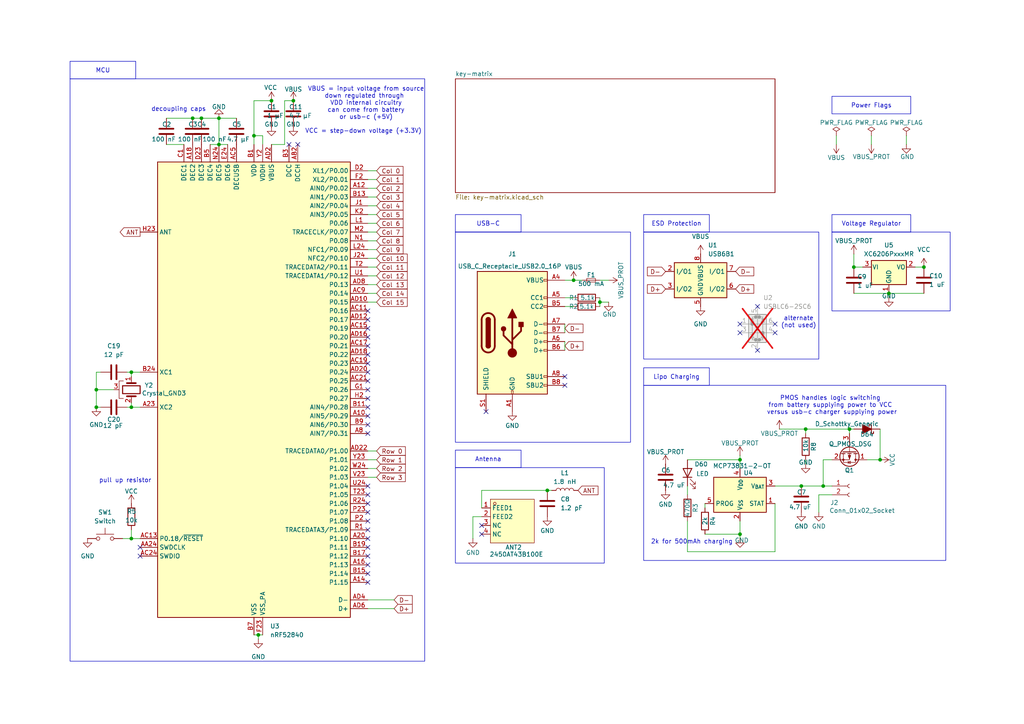
<source format=kicad_sch>
(kicad_sch (version 20250114) (generator "eeschema") (generator_version "9.0")
  (paper "A4")
  (title_block (title "40% Keyboard with left side 2 column function cluster") (date "2025-11-10") (rev "2"))
  (lib_symbols
    (symbol "Battery_Management:MCP73831-2-OT"
      (property "Reference" "U" (at -7.62 6.35 0))
      (property "Value" "MCP73831-2-OT" (at 1.27 6.35 0))
      (symbol "MCP73831-2-OT_1_1"
        (pin input line (at -10.16 -2.54 0) (length 2.54) (name "PROG") (number "5"))
        (pin power_in line (at 0 7.62 270) (length 2.54) (name "V_{DD}") (number "4"))
        (pin power_in line (at 0 -7.62 90) (length 2.54) (name "V_{SS}") (number "2"))
        (pin power_out line (at 10.16 2.54 180) (length 2.54) (name "V_{BAT}") (number "3"))
        (pin tri_state line (at 10.16 -2.54 180) (length 2.54) (name "STAT") (number "1"))
      )
    )
    (symbol "Connector:Conn_01x02_Socket" (pin_names (offset 1.016) (hide yes))
      (property "Reference" "J" (at 0 2.54 0))
      (property "Value" "Conn_01x02_Socket" (at 0 -5.08 0))
      (symbol "Conn_01x02_Socket_1_1"
        (pin passive line (at -5.08 0 0) (length 3.81) (name "Pin_1") (number "1"))
        (pin passive line (at -5.08 -2.54 0) (length 3.81) (name "Pin_2") (number "2"))
      )
    )
    (symbol "Connector:USB_C_Receptacle_USB2.0_16P" (pin_names (offset 1.016))
      (property "Reference" "J" (at 0 22.225 0))
      (property "Value" "USB_C_Receptacle_USB2.0_16P" (at 0 19.685 0))
      (symbol "USB_C_Receptacle_USB2.0_16P_1_1"
        (pin passive line (at -7.62 -22.86 90) (length 5.08) (name "SHIELD") (number "S1"))
        (pin passive line (at 0 -22.86 90) (length 5.08) (name "GND") (number "A1"))
        (pin passive line (at 0 -22.86 90) (length 5.08) (hide yes) (name "GND") (number "A12"))
        (pin passive line (at 0 -22.86 90) (length 5.08) (hide yes) (name "GND") (number "B1"))
        (pin passive line (at 0 -22.86 90) (length 5.08) (hide yes) (name "GND") (number "B12"))
        (pin passive line (at 15.24 15.24 180) (length 5.08) (name "VBUS") (number "A4"))
        (pin passive line (at 15.24 15.24 180) (length 5.08) (hide yes) (name "VBUS") (number "A9"))
        (pin passive line (at 15.24 15.24 180) (length 5.08) (hide yes) (name "VBUS") (number "B4"))
        (pin passive line (at 15.24 15.24 180) (length 5.08) (hide yes) (name "VBUS") (number "B9"))
        (pin bidirectional line (at 15.24 10.16 180) (length 5.08) (name "CC1") (number "A5"))
        (pin bidirectional line (at 15.24 7.62 180) (length 5.08) (name "CC2") (number "B5"))
        (pin bidirectional line (at 15.24 2.54 180) (length 5.08) (name "D-") (number "A7"))
        (pin bidirectional line (at 15.24 0 180) (length 5.08) (name "D-") (number "B7"))
        (pin bidirectional line (at 15.24 -2.54 180) (length 5.08) (name "D+") (number "A6"))
        (pin bidirectional line (at 15.24 -5.08 180) (length 5.08) (name "D+") (number "B6"))
        (pin bidirectional line (at 15.24 -12.7 180) (length 5.08) (name "SBU1") (number "A8"))
        (pin bidirectional line (at 15.24 -15.24 180) (length 5.08) (name "SBU2") (number "B8"))
      )
    )
    (symbol "Device:C" (pin_numbers (hide yes)) (pin_names (offset 0.254))
      (property "Reference" "C" (at 0.635 2.54 0))
      (property "Value" "C" (at 0.635 -2.54 0))
      (symbol "C_1_1"
        (pin passive line (at 0 3.81 270) (length 2.794) (name "~") (number "1"))
        (pin passive line (at 0 -3.81 90) (length 2.794) (name "~") (number "2"))
      )
    )
    (symbol "Device:Crystal_GND3" (pin_names (offset 1.016) (hide yes))
      (property "Reference" "Y" (at 0 5.715 0))
      (property "Value" "Crystal_GND3" (at 0 3.81 0))
      (symbol "Crystal_GND3_1_1"
        (pin passive line (at -3.81 0 0) (length 1.27) (name "1") (number "1"))
        (pin passive line (at 0 -5.08 90) (length 1.27) (name "3") (number "3"))
        (pin passive line (at 3.81 0 180) (length 1.27) (name "2") (number "2"))
      )
    )
    (symbol "Device:Fuse_Small" (pin_numbers (hide yes)) (pin_names (offset 0.254) (hide yes))
      (property "Reference" "F" (at 0 -1.524 0))
      (property "Value" "Fuse_Small" (at 0 1.524 0))
      (symbol "Fuse_Small_1_1"
        (pin passive line (at -2.54 0 0) (length 1.27) (name "~") (number "1"))
        (pin passive line (at 2.54 0 180) (length 1.27) (name "~") (number "2"))
      )
    )
    (symbol "Device:L" (pin_numbers (hide yes)) (pin_names (offset 1.016) (hide yes))
      (property "Reference" "L" (at -1.27 0 90))
      (property "Value" "L" (at 1.905 0 90))
      (symbol "L_1_1"
        (pin passive line (at 0 3.81 270) (length 1.27) (name "1") (number "1"))
        (pin passive line (at 0 -3.81 90) (length 1.27) (name "2") (number "2"))
      )
    )
    (symbol "Device:LED" (pin_numbers (hide yes)) (pin_names (offset 1.016) (hide yes))
      (property "Reference" "D" (at 0 2.54 0))
      (property "Value" "LED" (at 0 -2.54 0))
      (symbol "LED_1_1"
        (pin passive line (at -3.81 0 0) (length 2.54) (name "K") (number "1"))
        (pin passive line (at 3.81 0 180) (length 2.54) (name "A") (number "2"))
      )
    )
    (symbol "Device:R" (pin_numbers (hide yes)) (pin_names (offset 0))
      (property "Reference" "R" (at 2.032 0 90))
      (property "Value" "R" (at 0 0 90))
      (symbol "R_1_1"
        (pin passive line (at 0 3.81 270) (length 1.27) (name "~") (number "1"))
        (pin passive line (at 0 -3.81 90) (length 1.27) (name "~") (number "2"))
      )
    )
    (symbol "MCU_Nordic:nRF52840"
      (property "Reference" "U" (at 0 5.08 0))
      (property "Value" "nRF52840" (at 0 2.54 0))
      (symbol "nRF52840_1_1"
        (pin passive line (at -33.02 45.72 0) (length 5.08) (name "ANT") (number "H23"))
        (pin input line (at -33.02 5.08 0) (length 5.08) (name "XC1") (number "B24"))
        (pin input line (at -33.02 -5.08 0) (length 5.08) (name "XC2") (number "A23"))
        (pin bidirectional line (at -33.02 -43.18 0) (length 5.08) (name "P0.18/~{RESET}") (number "AC13"))
        (pin input line (at -33.02 -45.72 0) (length 5.08) (name "SWDCLK") (number "AA24"))
        (pin bidirectional line (at -33.02 -48.26 0) (length 5.08) (name "SWDIO") (number "AC24"))
        (pin passive line (at -20.32 71.12 270) (length 5.08) (name "DEC1") (number "C1"))
        (pin passive line (at -17.78 71.12 270) (length 5.08) (name "DEC2") (number "A18"))
        (pin passive line (at -15.24 71.12 270) (length 5.08) (name "DEC3") (number "D23"))
        (pin passive line (at -12.7 71.12 270) (length 5.08) (name "DEC4") (number "B5"))
        (pin passive line (at -10.16 71.12 270) (length 5.08) (name "DEC5") (number "N24"))
        (pin passive line (at -7.62 71.12 270) (length 5.08) (name "DEC6") (number "E24"))
        (pin passive line (at -5.08 71.12 270) (length 5.08) (name "DECUSB") (number "AC5"))
        (pin passive line (at 0 71.12 270) (length 5.08) (hide yes) (name "VDD") (number "A22"))
        (pin passive line (at 0 71.12 270) (length 5.08) (hide yes) (name "VDD") (number "AD14"))
        (pin passive line (at 0 71.12 270) (length 5.08) (hide yes) (name "VDD") (number "AD23"))
        (pin power_in line (at 0 71.12 270) (length 5.08) (name "VDD") (number "B1"))
        (pin passive line (at 0 71.12 270) (length 5.08) (hide yes) (name "VDD") (number "W1"))
        (pin power_in line (at 0 -71.12 90) (length 5.08) (name "VSS") (number "B7"))
        (pin passive line (at 0 -71.12 90) (length 5.08) (hide yes) (name "VSS") (number "EP"))
        (pin power_in line (at 2.54 71.12 270) (length 5.08) (name "VDDH") (number "Y2"))
        (pin power_in line (at 2.54 -71.12 90) (length 5.08) (name "VSS_PA") (number "F23"))
        (pin power_in line (at 5.08 71.12 270) (length 5.08) (name "VBUS") (number "AD2"))
        (pin power_out line (at 10.16 71.12 270) (length 5.08) (name "DCC") (number "B3"))
        (pin power_out line (at 12.7 71.12 270) (length 5.08) (name "DCCH") (number "AB2"))
        (pin bidirectional line (at 33.02 63.5 180) (length 5.08) (name "XL1/P0.00") (number "D2"))
        (pin bidirectional line (at 33.02 60.96 180) (length 5.08) (name "XL2/P0.01") (number "F2"))
        (pin bidirectional line (at 33.02 58.42 180) (length 5.08) (name "AIN0/P0.02") (number "A12"))
        (pin bidirectional line (at 33.02 55.88 180) (length 5.08) (name "AIN1/P0.03") (number "B13"))
        (pin bidirectional line (at 33.02 53.34 180) (length 5.08) (name "AIN2/P0.04") (number "J1"))
        (pin bidirectional line (at 33.02 50.8 180) (length 5.08) (name "AIN3/P0.05") (number "K2"))
        (pin bidirectional line (at 33.02 48.26 180) (length 5.08) (name "P0.06") (number "L1"))
        (pin bidirectional line (at 33.02 45.72 180) (length 5.08) (name "TRACECLK/P0.07") (number "M2"))
        (pin bidirectional line (at 33.02 43.18 180) (length 5.08) (name "P0.08") (number "N1"))
        (pin bidirectional line (at 33.02 40.64 180) (length 5.08) (name "NFC1/P0.09") (number "L24"))
        (pin bidirectional line (at 33.02 38.1 180) (length 5.08) (name "NFC2/P0.10") (number "J24"))
        (pin bidirectional line (at 33.02 35.56 180) (length 5.08) (name "TRACEDATA2/P0.11") (number "T2"))
        (pin bidirectional line (at 33.02 33.02 180) (length 5.08) (name "TRACEDATA1/P0.12") (number "U1"))
        (pin bidirectional line (at 33.02 30.48 180) (length 5.08) (name "P0.13") (number "AD8"))
        (pin bidirectional line (at 33.02 27.94 180) (length 5.08) (name "P0.14") (number "AC9"))
        (pin bidirectional line (at 33.02 25.4 180) (length 5.08) (name "P0.15") (number "AD10"))
        (pin bidirectional line (at 33.02 22.86 180) (length 5.08) (name "P0.16") (number "AC11"))
        (pin bidirectional line (at 33.02 20.32 180) (length 5.08) (name "P0.17") (number "AD12"))
        (pin bidirectional line (at 33.02 17.78 180) (length 5.08) (name "P0.19") (number "AC15"))
        (pin bidirectional line (at 33.02 15.24 180) (length 5.08) (name "P0.20") (number "AD16"))
        (pin bidirectional line (at 33.02 12.7 180) (length 5.08) (name "P0.21") (number "AC17"))
        (pin bidirectional line (at 33.02 10.16 180) (length 5.08) (name "P0.22") (number "AD18"))
        (pin bidirectional line (at 33.02 7.62 180) (length 5.08) (name "P0.23") (number "AC19"))
        (pin bidirectional line (at 33.02 5.08 180) (length 5.08) (name "P0.24") (number "AD20"))
        (pin bidirectional line (at 33.02 2.54 180) (length 5.08) (name "P0.25") (number "AC21"))
        (pin bidirectional line (at 33.02 0 180) (length 5.08) (name "P0.26") (number "G1"))
        (pin bidirectional line (at 33.02 -2.54 180) (length 5.08) (name "P0.27") (number "H2"))
        (pin bidirectional line (at 33.02 -5.08 180) (length 5.08) (name "AIN4/P0.28") (number "B11"))
        (pin bidirectional line (at 33.02 -7.62 180) (length 5.08) (name "AIN5/P0.29") (number "A10"))
        (pin bidirectional line (at 33.02 -10.16 180) (length 5.08) (name "AIN6/P0.30") (number "B9"))
        (pin bidirectional line (at 33.02 -12.7 180) (length 5.08) (name "AIN7/P0.31") (number "A8"))
        (pin bidirectional line (at 33.02 -17.78 180) (length 5.08) (name "TRACEDATA0/P1.00") (number "AD22"))
        (pin bidirectional line (at 33.02 -20.32 180) (length 5.08) (name "P1.01") (number "Y23"))
        (pin bidirectional line (at 33.02 -22.86 180) (length 5.08) (name "P1.02") (number "W24"))
        (pin bidirectional line (at 33.02 -25.4 180) (length 5.08) (name "P1.03") (number "V23"))
        (pin bidirectional line (at 33.02 -27.94 180) (length 5.08) (name "P1.04") (number "U24"))
        (pin bidirectional line (at 33.02 -30.48 180) (length 5.08) (name "P1.05") (number "T23"))
        (pin bidirectional line (at 33.02 -33.02 180) (length 5.08) (name "P1.06") (number "R24"))
        (pin bidirectional line (at 33.02 -35.56 180) (length 5.08) (name "P1.07") (number "P23"))
        (pin bidirectional line (at 33.02 -38.1 180) (length 5.08) (name "P1.08") (number "P2"))
        (pin bidirectional line (at 33.02 -40.64 180) (length 5.08) (name "TRACEDATA3/P1.09") (number "R1"))
        (pin bidirectional line (at 33.02 -43.18 180) (length 5.08) (name "P1.10") (number "A20"))
        (pin bidirectional line (at 33.02 -45.72 180) (length 5.08) (name "P1.11") (number "B19"))
        (pin bidirectional line (at 33.02 -48.26 180) (length 5.08) (name "P1.12") (number "B17"))
        (pin bidirectional line (at 33.02 -50.8 180) (length 5.08) (name "P1.13") (number "A16"))
        (pin bidirectional line (at 33.02 -53.34 180) (length 5.08) (name "P1.14") (number "B15"))
        (pin bidirectional line (at 33.02 -55.88 180) (length 5.08) (name "P1.15") (number "A14"))
        (pin bidirectional line (at 33.02 -60.96 180) (length 5.08) (name "D-") (number "AD4"))
        (pin bidirectional line (at 33.02 -63.5 180) (length 5.08) (name "D+") (number "AD6"))
      )
    )
    (symbol "PCM_Diode_Schottky_AKL:D_Schottky_Generic" (pin_numbers (hide yes)) (pin_names (offset 1.016) (hide yes))
      (property "Reference" "D" (at 0 7.62 0))
      (property "Value" "D_Schottky_Generic" (at 0 5.08 0))
      (symbol "D_Schottky_Generic_1_1"
        (pin passive line (at -3.81 0 0) (length 2.54) (name "A") (number "2"))
        (pin passive line (at 3.81 0 180) (length 2.54) (name "K") (number "1"))
      )
      (symbol "D_Schottky_Generic_1_2"
        (pin passive line (at -2.54 -2.54 0) (length 0) (name "A") (number "2"))
        (pin passive line (at 2.54 2.54 180) (length 0) (name "K") (number "1"))
      )
    )
    (symbol "Power_Protection:USB6B1"
      (property "Reference" "U" (at 6.35 6.35 0))
      (property "Value" "USB6B1" (at 5.08 -6.35 0))
      (symbol "USB6B1_1_1"
        (pin passive line (at -10.16 2.54 0) (length 2.54) (name "I/O1") (number "2"))
        (pin passive line (at -10.16 -2.54 0) (length 2.54) (name "I/O2") (number "3"))
        (pin passive line (at 0 7.62 270) (length 2.54) (hide yes) (name "VBUS") (number "1"))
        (pin passive line (at 0 7.62 270) (length 2.54) (name "VBUS") (number "8"))
        (pin passive line (at 0 -7.62 90) (length 2.54) (hide yes) (name "GND") (number "4"))
        (pin passive line (at 0 -7.62 90) (length 2.54) (name "GND") (number "5"))
        (pin passive line (at 10.16 2.54 180) (length 2.54) (name "I/O1") (number "7"))
        (pin passive line (at 10.16 -2.54 180) (length 2.54) (name "I/O2") (number "6"))
      )
    )
    (symbol "Power_Protection:USBLC6-2SC6" (pin_names (hide yes))
      (property "Reference" "U" (at 0.635 5.715 0))
      (property "Value" "USBLC6-2SC6" (at 0.635 3.81 0))
      (symbol "USBLC6-2SC6_1_1"
        (pin passive line (at -5.08 0 0) (length 2.54) (name "I/O1") (number "1"))
        (pin passive line (at -5.08 -2.54 0) (length 2.54) (name "I/O2") (number "3"))
        (pin passive line (at 0 5.08 270) (length 2.54) (name "VBUS") (number "5"))
        (pin passive line (at 0 -7.62 90) (length 2.54) (name "GND") (number "2"))
        (pin passive line (at 5.08 0 180) (length 2.54) (name "I/O1") (number "6"))
        (pin passive line (at 5.08 -2.54 180) (length 2.54) (name "I/O2") (number "4"))
      )
    )
    (symbol "Regulator_Linear:XC6206PxxxMR" (pin_names (offset 0.254))
      (property "Reference" "U" (at -3.81 3.175 0))
      (property "Value" "XC6206PxxxMR" (at 0 3.175 0))
      (symbol "XC6206PxxxMR_1_1"
        (pin power_in line (at -7.62 0 0) (length 2.54) (name "VI") (number "3"))
        (pin power_in line (at 0 -7.62 90) (length 2.54) (name "GND") (number "1"))
        (pin power_out line (at 7.62 0 180) (length 2.54) (name "VO") (number "2"))
      )
    )
    (symbol "ScottoKeebs:Placeholder_Switch" (pin_numbers (hide yes)) (pin_names (offset 1.016) (hide yes))
      (property "Reference" "SW" (at 1.27 2.54 0))
      (property "Value" "Switch" (at 0 -1.524 0))
      (symbol "Placeholder_Switch_0_1"
        (pin passive line (at -5.08 0 0) (length 2.54) (name "1") (number "1"))
        (pin passive line (at 5.08 0 180) (length 2.54) (name "2") (number "2"))
      )
    )
    (symbol "Transistor_FET:Q_PMOS_DSG" (pin_names (offset 0) (hide yes))
      (property "Reference" "Q" (at 5.08 1.905 0))
      (property "Value" "Q_PMOS_DSG" (at 5.08 0 0))
      (symbol "Q_PMOS_DSG_1_1"
        (pin input line (at -5.08 0 0) (length 2.54) (name "G") (number "3"))
        (pin passive line (at 2.54 5.08 270) (length 2.54) (name "D") (number "1"))
        (pin passive line (at 2.54 -5.08 90) (length 2.54) (name "S") (number "2"))
      )
    )
    (symbol "antenna:2450AT43B100E"
      (property "Reference" "ANT" (at 0 8.89 0))
      (property "Value" "2450AT43B100E" (at 0 -8.89 0))
      (symbol "2450AT43B100E_0_1"
        (pin unspecified line (at -7.62 3.81 0) (length 2.54) (name "FEED1") (number "1"))
        (pin unspecified line (at -7.62 1.27 0) (length 2.54) (name "FEED2") (number "2"))
        (pin unspecified line (at -7.62 -1.27 0) (length 2.54) (name "NC") (number "3"))
        (pin unspecified line (at -7.62 -3.81 0) (length 2.54) (name "NC") (number "4"))
      )
    )
    (symbol "power:+3.3V" (power) (pin_numbers (hide yes)) (pin_names (offset 0) (hide yes))
      (property "Value" "+3.3V" (at 0 3.556 0))
      (symbol "+3.3V_1_1"
        (pin power_in line (at 0 0 90) (length 0) (name "~") (number "1"))
      )
    )
    (symbol "power:+5V" (power) (pin_numbers (hide yes)) (pin_names (offset 0) (hide yes))
      (property "Value" "+5V" (at 0 3.556 0))
      (symbol "+5V_1_1"
        (pin power_in line (at 0 0 90) (length 0) (name "~") (number "1"))
      )
    )
    (symbol "power:GND" (power) (pin_numbers (hide yes)) (pin_names (offset 0) (hide yes))
      (property "Value" "GND" (at 0 -3.81 0))
      (symbol "GND_1_1"
        (pin power_in line (at 0 0 270) (length 0) (name "~") (number "1"))
      )
    )
    (symbol "power:PWR_FLAG" (power) (pin_numbers (hide yes)) (pin_names (offset 0) (hide yes))
      (property "Value" "PWR_FLAG" (at 0 3.81 0))
      (symbol "PWR_FLAG_0_0"
        (pin power_out line (at 0 0 90) (length 0) (name "~") (number "1"))
      )
    )
    (symbol "power:VBUS" (power) (pin_numbers (hide yes)) (pin_names (offset 0) (hide yes))
      (property "Value" "VBUS" (at 0 3.556 0))
      (symbol "VBUS_1_1"
        (pin power_in line (at 0 0 90) (length 0) (name "~") (number "1"))
      )
    )
  )
  (rectangle (start 241.3 67.31) (end 275.59 90.17))
  (rectangle (start 186.69 67.31) (end 237.49 104.14))
  (rectangle (start 132.08 135.636) (end 175.26 163.322))
  (rectangle (start 186.69 111.76) (end 274.32 162.56))
  (rectangle (start 20.32 22.86) (end 123.19 191.77))
  (rectangle (start 132.08 67.31) (end 182.88 128.27))
  (text "pull up resistor" (at 36.322 139.446 0) (effects (font (size 1.27 1.27))))
  (text "decoupling caps\n" (at 51.816 31.75 0) (effects (font (size 1.27 1.27))))
  (text "PMOS handles logic switching \nfrom battery supplying power to VCC \nversus usb-c charger supplying power" (at 241.3 117.602 0) (effects (font (size 1.27 1.27))))
  (text "alternate\n(not used)" (at 231.648 93.472 0) (effects (font (size 1.27 1.27))))
  (text "VBUS = input voltage from source\ndown regulated through \nVDD internal circuitry\ncan come from battery\nor usb-c (+5V)\n" (at 106.172 29.972 0) (effects (font (size 1.27 1.27))))
  (text "VCC = step-down voltage (+3.3V)\n" (at 105.41 38.1 0) (effects (font (size 1.27 1.27))))
  (text "2k for 500mAh charging\n" (at 200.66 157.226 0) (effects (font (size 1.27 1.27))))
  (text_box "Power Flags\n" (at 241.3 27.94 0) (size 22.86 5.08) (margins 0.9525 0.9525 0.9525 0.9525) (effects (font (size 1.27 1.27))))
  (text_box "USB-C\n" (at 132.08 62.23 0) (size 19.05 5.08) (margins 0.9525 0.9525 0.9525 0.9525) (effects (font (size 1.27 1.27))))
  (text_box "ESD Protection\n" (at 186.69 62.23 0) (size 19.05 5.08) (margins 0.9525 0.9525 0.9525 0.9525) (effects (font (size 1.27 1.27))))
  (text_box "Antenna\n" (at 132.08 130.556 0) (size 19.05 5.08) (margins 0.9525 0.9525 0.9525 0.9525) (effects (font (size 1.27 1.27))))
  (text_box "Lipo Charging\n" (at 186.69 106.68 0) (size 19.05 5.08) (margins 0.9525 0.9525 0.9525 0.9525) (effects (font (size 1.27 1.27))))
  (text_box "Voltage Regulator" (at 241.3 62.23 0) (size 22.86 5.08) (margins 0.9525 0.9525 0.9525 0.9525) (effects (font (size 1.27 1.27))))
  (text_box "MCU" (at 20.32 17.78 0) (size 19.05 5.08) (margins 0.9525 0.9525 0.9525 0.9525) (effects (font (size 1.27 1.27))))
  (junction (at 246.38 124.46))
  (junction (at 158.75 142.24))
  (junction (at 27.94 113.03))
  (junction (at 232.41 140.97))
  (junction (at 85.09 29.21))
  (junction (at 38.1 118.11))
  (junction (at 257.81 85.09))
  (junction (at 267.97 77.47))
  (junction (at 27.94 118.11))
  (junction (at 255.27 133.35))
  (junction (at 78.74 29.21))
  (junction (at 55.88 34.29))
  (junction (at 214.63 154.94))
  (junction (at 58.42 34.29))
  (junction (at 247.65 77.47))
  (junction (at 73.66 39.37))
  (junction (at 233.68 124.46))
  (junction (at 38.1 107.95))
  (junction (at 238.76 140.97))
  (junction (at 166.37 81.28))
  (junction (at 38.1 156.21))
  (junction (at 173.99 87.63))
  (junction (at 63.5 41.91))
  (junction (at 214.63 133.35))
  (junction (at 74.93 184.15))
  (junction (at 63.5 34.29))
  (no_connect (at 106.68 115.57))
  (no_connect (at 83.82 41.91))
  (no_connect (at 139.7 152.4))
  (no_connect (at 214.63 93.98))
  (no_connect (at 140.97 119.38))
  (no_connect (at 214.63 96.52))
  (no_connect (at 106.68 146.05))
  (no_connect (at 106.68 153.67))
  (no_connect (at 106.68 100.33))
  (no_connect (at 219.71 88.9))
  (no_connect (at 106.68 123.19))
  (no_connect (at 139.7 154.94))
  (no_connect (at 106.68 92.71))
  (no_connect (at 106.68 120.65))
  (no_connect (at 219.71 101.6))
  (no_connect (at 106.68 161.29))
  (no_connect (at 106.68 148.59))
  (no_connect (at 106.68 151.13))
  (no_connect (at 106.68 143.51))
  (no_connect (at 106.68 90.17))
  (no_connect (at 106.68 102.87))
  (no_connect (at 40.64 158.75))
  (no_connect (at 106.68 140.97))
  (no_connect (at 106.68 95.25))
  (no_connect (at 106.68 105.41))
  (no_connect (at 40.64 161.29))
  (no_connect (at 163.83 111.76))
  (no_connect (at 106.68 163.83))
  (no_connect (at 224.79 93.98))
  (no_connect (at 86.36 41.91))
  (no_connect (at 106.68 107.95))
  (no_connect (at 224.79 96.52))
  (no_connect (at 106.68 166.37))
  (no_connect (at 106.68 113.03))
  (no_connect (at 106.68 110.49))
  (no_connect (at 106.68 168.91))
  (no_connect (at 106.68 118.11))
  (no_connect (at 106.68 158.75))
  (no_connect (at 163.83 109.22))
  (no_connect (at 106.68 97.79))
  (no_connect (at 106.68 125.73))
  (no_connect (at 106.68 156.21))
  (wire (pts (xy 214.63 132.08) (xy 214.63 133.35)))
  (wire (pts (xy 38.1 118.11) (xy 38.1 116.84)))
  (wire (pts (xy 163.83 99.06) (xy 163.83 101.6)))
  (wire (pts (xy 27.94 113.03) (xy 27.94 118.11)))
  (wire (pts (xy 109.22 85.09) (xy 106.68 85.09)))
  (wire (pts (xy 158.75 142.24) (xy 160.02 142.24)))
  (wire (pts (xy 173.99 87.63) (xy 173.99 88.9)))
  (wire (pts (xy 247.65 85.09) (xy 257.81 85.09)))
  (wire (pts (xy 238.76 140.97) (xy 241.3 140.97)))
  (wire (pts (xy 78.74 29.21) (xy 73.66 29.21)))
  (wire (pts (xy 241.3 143.51) (xy 237.49 143.51)))
  (wire (pts (xy 109.22 133.35) (xy 106.68 133.35)))
  (wire (pts (xy 199.39 140.97) (xy 199.39 143.51)))
  (wire (pts (xy 63.5 41.91) (xy 66.04 41.91)))
  (wire (pts (xy 38.1 107.95) (xy 38.1 109.22)))
  (wire (pts (xy 224.79 160.02) (xy 199.39 160.02)))
  (wire (pts (xy 63.5 34.29) (xy 68.58 34.29)))
  (wire (pts (xy 238.76 133.35) (xy 238.76 140.97)))
  (wire (pts (xy 33.02 113.03) (xy 27.94 113.03)))
  (wire (pts (xy 139.7 142.24) (xy 158.75 142.24)))
  (wire (pts (xy 35.56 156.21) (xy 38.1 156.21)))
  (wire (pts (xy 139.7 142.24) (xy 139.7 147.32)))
  (wire (pts (xy 238.76 133.35) (xy 241.3 133.35)))
  (wire (pts (xy 204.47 154.94) (xy 214.63 154.94)))
  (wire (pts (xy 106.68 173.99) (xy 114.3 173.99)))
  (wire (pts (xy 265.43 77.47) (xy 267.97 77.47)))
  (wire (pts (xy 255.27 124.46) (xy 255.27 133.35)))
  (wire (pts (xy 224.79 140.97) (xy 232.41 140.97)))
  (wire (pts (xy 173.99 86.36) (xy 173.99 87.63)))
  (wire (pts (xy 237.49 143.51) (xy 237.49 148.59)))
  (wire (pts (xy 74.93 184.15) (xy 76.2 184.15)))
  (wire (pts (xy 199.39 133.35) (xy 214.63 133.35)))
  (wire (pts (xy 109.22 57.15) (xy 106.68 57.15)))
  (wire (pts (xy 163.83 93.98) (xy 163.83 96.52)))
  (wire (pts (xy 199.39 160.02) (xy 199.39 151.13)))
  (wire (pts (xy 251.46 133.35) (xy 255.27 133.35)))
  (wire (pts (xy 109.22 138.43) (xy 106.68 138.43)))
  (wire (pts (xy 173.99 81.28) (xy 176.53 81.28)))
  (wire (pts (xy 36.83 118.11) (xy 38.1 118.11)))
  (wire (pts (xy 233.68 125.73) (xy 233.68 124.46)))
  (wire (pts (xy 247.65 73.66) (xy 247.65 77.47)))
  (wire (pts (xy 76.2 41.91) (xy 76.2 39.37)))
  (wire (pts (xy 109.22 87.63) (xy 106.68 87.63)))
  (wire (pts (xy 233.68 134.62) (xy 233.68 133.35)))
  (wire (pts (xy 109.22 135.89) (xy 106.68 135.89)))
  (wire (pts (xy 166.37 81.28) (xy 168.91 81.28)))
  (wire (pts (xy 73.66 184.15) (xy 74.93 184.15)))
  (wire (pts (xy 109.22 52.07) (xy 106.68 52.07)))
  (wire (pts (xy 109.22 82.55) (xy 106.68 82.55)))
  (wire (pts (xy 74.93 185.42) (xy 74.93 184.15)))
  (wire (pts (xy 257.81 86.36) (xy 257.81 85.09)))
  (wire (pts (xy 76.2 39.37) (xy 73.66 39.37)))
  (wire (pts (xy 252.73 39.37) (xy 252.73 41.91)))
  (wire (pts (xy 63.5 34.29) (xy 63.5 41.91)))
  (wire (pts (xy 257.81 85.09) (xy 267.97 85.09)))
  (wire (pts (xy 109.22 80.01) (xy 106.68 80.01)))
  (wire (pts (xy 38.1 118.11) (xy 40.64 118.11)))
  (wire (pts (xy 109.22 49.53) (xy 106.68 49.53)))
  (wire (pts (xy 262.89 39.37) (xy 262.89 41.91)))
  (wire (pts (xy 214.63 154.94) (xy 214.63 151.13)))
  (wire (pts (xy 48.26 34.29) (xy 55.88 34.29)))
  (wire (pts (xy 82.55 29.21) (xy 82.55 41.91)))
  (wire (pts (xy 137.16 149.86) (xy 139.7 149.86)))
  (wire (pts (xy 109.22 72.39) (xy 106.68 72.39)))
  (wire (pts (xy 55.88 34.29) (xy 58.42 34.29)))
  (wire (pts (xy 29.21 107.95) (xy 27.94 107.95)))
  (wire (pts (xy 109.22 62.23) (xy 106.68 62.23)))
  (wire (pts (xy 166.37 86.36) (xy 163.83 86.36)))
  (wire (pts (xy 109.22 54.61) (xy 106.68 54.61)))
  (wire (pts (xy 109.22 59.69) (xy 106.68 59.69)))
  (wire (pts (xy 163.83 81.28) (xy 166.37 81.28)))
  (wire (pts (xy 214.63 154.94) (xy 214.63 156.21)))
  (wire (pts (xy 27.94 107.95) (xy 27.94 113.03)))
  (wire (pts (xy 109.22 64.77) (xy 106.68 64.77)))
  (wire (pts (xy 48.26 41.91) (xy 53.34 41.91)))
  (wire (pts (xy 38.1 153.67) (xy 38.1 156.21)))
  (wire (pts (xy 73.66 39.37) (xy 73.66 41.91)))
  (wire (pts (xy 224.79 146.05) (xy 224.79 160.02)))
  (wire (pts (xy 173.99 87.63) (xy 176.53 87.63)))
  (wire (pts (xy 109.22 77.47) (xy 106.68 77.47)))
  (wire (pts (xy 82.55 41.91) (xy 78.74 41.91)))
  (wire (pts (xy 226.06 124.46) (xy 233.68 124.46)))
  (wire (pts (xy 36.83 107.95) (xy 38.1 107.95)))
  (wire (pts (xy 38.1 107.95) (xy 40.64 107.95)))
  (wire (pts (xy 214.63 133.35) (xy 214.63 135.89)))
  (wire (pts (xy 38.1 156.21) (xy 40.64 156.21)))
  (wire (pts (xy 246.38 124.46) (xy 247.65 124.46)))
  (wire (pts (xy 242.57 39.37) (xy 242.57 41.91)))
  (wire (pts (xy 27.94 118.11) (xy 29.21 118.11)))
  (wire (pts (xy 58.42 34.29) (xy 63.5 34.29)))
  (wire (pts (xy 85.09 29.21) (xy 82.55 29.21)))
  (wire (pts (xy 60.96 41.91) (xy 63.5 41.91)))
  (wire (pts (xy 247.65 77.47) (xy 250.19 77.47)))
  (wire (pts (xy 73.66 29.21) (xy 73.66 39.37)))
  (wire (pts (xy 204.47 146.05) (xy 204.47 147.32)))
  (wire (pts (xy 166.37 88.9) (xy 163.83 88.9)))
  (wire (pts (xy 137.16 149.86) (xy 137.16 156.21)))
  (wire (pts (xy 106.68 176.53) (xy 114.3 176.53)))
  (wire (pts (xy 109.22 69.85) (xy 106.68 69.85)))
  (wire (pts (xy 109.22 67.31) (xy 106.68 67.31)))
  (wire (pts (xy 233.68 124.46) (xy 246.38 124.46)))
  (wire (pts (xy 232.41 140.97) (xy 238.76 140.97)))
  (wire (pts (xy 109.22 74.93) (xy 106.68 74.93)))
  (wire (pts (xy 109.22 130.81) (xy 106.68 130.81)))
  (wire (pts (xy 246.38 124.46) (xy 246.38 125.73)))
  (global_label "D+" (shape input) (at 114.3 176.53 0) (property "Intersheetrefs" "${INTERSHEET_REFS}" (effects (hide yes))))
  (global_label "Col 3" (shape input) (at 109.22 57.15 0) (property "Intersheetrefs" "${INTERSHEET_REFS}" (effects (hide yes))))
  (global_label "ANT" (shape output) (at 40.64 67.31 180) (property "Intersheetrefs" "${INTERSHEET_REFS}" (effects (hide yes))))
  (global_label "Col 12" (shape input) (at 109.22 80.01 0) (property "Intersheetrefs" "${INTERSHEET_REFS}" (effects (hide yes))))
  (global_label "Col 15" (shape input) (at 109.22 87.63 0) (property "Intersheetrefs" "${INTERSHEET_REFS}" (effects (hide yes))))
  (global_label "Row 0" (shape input) (at 109.22 130.81 0) (property "Intersheetrefs" "${INTERSHEET_REFS}" (effects (hide yes))))
  (global_label "D-" (shape input) (at 114.3 173.99 0) (property "Intersheetrefs" "${INTERSHEET_REFS}" (effects (hide yes))))
  (global_label "Col 6" (shape input) (at 109.22 64.77 0) (property "Intersheetrefs" "${INTERSHEET_REFS}" (effects (hide yes))))
  (global_label "Col 14" (shape input) (at 109.22 85.09 0) (property "Intersheetrefs" "${INTERSHEET_REFS}" (effects (hide yes))))
  (global_label "D-" (shape input) (at 163.83 95.25 0) (property "Intersheetrefs" "${INTERSHEET_REFS}" (effects (hide yes))))
  (global_label "Col 7" (shape input) (at 109.22 67.31 0) (property "Intersheetrefs" "${INTERSHEET_REFS}" (effects (hide yes))))
  (global_label "D+" (shape input) (at 193.04 83.82 180) (property "Intersheetrefs" "${INTERSHEET_REFS}" (effects (hide yes))))
  (global_label "Col 4" (shape input) (at 109.22 59.69 0) (property "Intersheetrefs" "${INTERSHEET_REFS}" (effects (hide yes))))
  (global_label "Col 0" (shape input) (at 109.22 49.53 0) (property "Intersheetrefs" "${INTERSHEET_REFS}" (effects (hide yes))))
  (global_label "D+" (shape input) (at 213.36 83.82 0) (property "Intersheetrefs" "${INTERSHEET_REFS}" (effects (hide yes))))
  (global_label "Col 2" (shape input) (at 109.22 54.61 0) (property "Intersheetrefs" "${INTERSHEET_REFS}" (effects (hide yes))))
  (global_label "Col 13" (shape input) (at 109.22 82.55 0) (property "Intersheetrefs" "${INTERSHEET_REFS}" (effects (hide yes))))
  (global_label "D-" (shape input) (at 213.36 78.74 0) (property "Intersheetrefs" "${INTERSHEET_REFS}" (effects (hide yes))))
  (global_label "ANT" (shape input) (at 167.64 142.24 0) (property "Intersheetrefs" "${INTERSHEET_REFS}" (effects (hide yes))))
  (global_label "Row 2" (shape input) (at 109.22 135.89 0) (property "Intersheetrefs" "${INTERSHEET_REFS}" (effects (hide yes))))
  (global_label "Col 9" (shape input) (at 109.22 72.39 0) (property "Intersheetrefs" "${INTERSHEET_REFS}" (effects (hide yes))))
  (global_label "D+" (shape input) (at 163.83 100.33 0) (property "Intersheetrefs" "${INTERSHEET_REFS}" (effects (hide yes))))
  (global_label "Col 1" (shape input) (at 109.22 52.07 0) (property "Intersheetrefs" "${INTERSHEET_REFS}" (effects (hide yes))))
  (global_label "Col 5" (shape input) (at 109.22 62.23 0) (property "Intersheetrefs" "${INTERSHEET_REFS}" (effects (hide yes))))
  (global_label "Row 3" (shape input) (at 109.22 138.43 0) (property "Intersheetrefs" "${INTERSHEET_REFS}" (effects (hide yes))))
  (global_label "Col 10" (shape input) (at 109.22 74.93 0) (property "Intersheetrefs" "${INTERSHEET_REFS}" (effects (hide yes))))
  (global_label "Col 11" (shape input) (at 109.22 77.47 0) (property "Intersheetrefs" "${INTERSHEET_REFS}" (effects (hide yes))))
  (global_label "Col 8" (shape input) (at 109.22 69.85 0) (property "Intersheetrefs" "${INTERSHEET_REFS}" (effects (hide yes))))
  (global_label "D-" (shape input) (at 193.04 78.74 180) (property "Intersheetrefs" "${INTERSHEET_REFS}" (effects (hide yes))))
  (global_label "Row 1" (shape input) (at 109.22 133.35 0) (property "Intersheetrefs" "${INTERSHEET_REFS}" (effects (hide yes))))
  (symbol (lib_id "Device:C") (at 55.88 38.1 0) (unit 1)
    (property "Reference" "C3" (at 54.61 36.068 0) (effects (justify left)))
    (property "Value" "100 nF" (at 51.562 40.386 0) (effects (justify left)))
    (property "Footprint" "Capacitor_SMD:C_0603_1608Metric_Pad1.08x0.95mm_HandSolder" (effects (hide yes)))
    (property "Description" "Unpolarized capacitor" (effects (hide yes)))
  )
  (symbol (lib_id "power:PWR_FLAG") (at 262.89 39.37 0) (unit 1)
    (property "Reference" "#FLG03" (effects (hide yes)))
    (property "Value" "PWR_FLAG" (at 262.89 35.56 0))
    (property "Description" "Special symbol for telling ERC where power comes from" (effects (hide yes)))
  )
  (symbol (lib_id "power:GND") (at 193.04 142.24 0) (unit 1)
    (property "Reference" "#PWR012" (effects (hide yes)))
    (property "Value" "GND" (at 193.04 146.304 0))
    (property "Description" "Power symbol creates a global label with name \"GND\" , ground" (effects (hide yes)))
  )
  (symbol (lib_id "Device:R") (at 38.1 149.86 0) (unit 1)
    (property "Reference" "R5" (at 36.83 148.336 0) (effects (justify left)))
    (property "Value" "10k" (at 36.322 150.876 0) (effects (justify left)))
    (property "Footprint" "Resistor_SMD:R_0603_1608Metric_Pad0.98x0.95mm_HandSolder" (effects (hide yes)))
    (property "Description" "Resistor" (effects (hide yes)))
  )
  (symbol (lib_id "Device:C") (at 158.75 146.05 0) (unit 1)
    (property "Reference" "C8" (at 162.56 144.7799 0) (effects (justify left)))
    (property "Value" "1.2 pF" (at 162.56 147.3199 0) (effects (justify left)))
    (property "Footprint" "Capacitor_SMD:C_0402_1005Metric_Pad0.74x0.62mm_HandSolder" (effects (hide yes)))
    (property "Description" "Unpolarized capacitor" (effects (hide yes)))
  )
  (symbol (lib_id "power:VBUS") (at 252.73 41.91 180) (unit 1)
    (property "Reference" "#PWR06" (effects (hide yes)))
    (property "Value" "VBUS_PROT" (at 252.73 45.466 0))
    (property "Description" "Power symbol creates a global label with name \"VBUS\"" (effects (hide yes)))
  )
  (symbol (lib_id "power:GND") (at 85.09 36.83 0) (unit 1)
    (property "Reference" "#PWR028" (effects (hide yes)))
    (property "Value" "GND" (at 85.09 36.068 0))
    (property "Description" "Power symbol creates a global label with name \"GND\" , ground" (effects (hide yes)))
  )
  (symbol (lib_id "Device:LED") (at 199.39 137.16 90) (unit 1)
    (property "Reference" "D60" (at 201.422 134.62 90) (effects (justify right)))
    (property "Value" "LED" (at 201.93 137.414 90) (effects (justify right)))
    (property "Footprint" "LED_SMD:LED_0603_1608Metric_Pad1.05x0.95mm_HandSolder" (effects (hide yes)))
    (property "Description" "Light emitting diode" (effects (hide yes)))
    (property "Sim.Pins" "1=K 2=A" (effects (hide yes)))
  )
  (symbol (lib_id "Device:C") (at 193.04 138.43 0) (unit 1)
    (property "Reference" "C6" (at 191.77 136.398 0) (effects (justify left)))
    (property "Value" "4.7 uF" (at 192.278 140.716 0) (effects (justify left)))
    (property "Footprint" "Capacitor_SMD:C_0603_1608Metric_Pad1.08x0.95mm_HandSolder" (effects (hide yes)))
    (property "Description" "Unpolarized capacitor" (effects (hide yes)))
  )
  (symbol (lib_id "power:GND") (at 232.41 148.59 0) (unit 1)
    (property "Reference" "#PWR013" (effects (hide yes)))
    (property "Value" "GND" (at 232.41 152.654 0))
    (property "Description" "Power symbol creates a global label with name \"GND\" , ground" (effects (hide yes)))
  )
  (symbol (lib_id "power:+5V") (at 166.37 81.28 0) (unit 1)
    (property "Reference" "#PWR029" (effects (hide yes)))
    (property "Value" "VBUS" (at 166.37 77.47 0))
    (property "Description" "Power symbol creates a global label with name \"+5V\"" (effects (hide yes)))
  )
  (symbol (lib_id "Transistor_FET:Q_PMOS_DSG") (at 246.38 130.81 270) (unit 1)
    (property "Reference" "Q1" (at 246.38 136.398 90))
    (property "Value" "Q_PMOS_DSG" (at 246.634 128.778 90))
    (property "Footprint" "Package_TO_SOT_SMD:SOT-23" (effects (hide yes)))
    (property "Description" "P-MOSFET transistor, drain/source/gate" (effects (hide yes)))
  )
  (symbol (lib_id "Battery_Management:MCP73831-2-OT") (at 214.63 143.51 0) (unit 1)
    (property "Reference" "U4" (at 215.646 137.16 0) (effects (justify left)))
    (property "Value" "MCP73831-2-OT" (at 206.756 135.128 0) (effects (justify left)))
    (property "Footprint" "Package_TO_SOT_SMD:SOT-23-5_HandSoldering" (effects (hide yes)))
    (property "Datasheet" "http://ww1.microchip.com/downloads/en/DeviceDoc/20001984g.pdf" (effects (hide yes)))
    (property "Description" "Single cell, Li-Ion/Li-Po charge management controller, 4.20V, Tri-State Status Output, in SOT23-5 package" (effects (hide yes)))
  )
  (symbol (lib_id "power:+3.3V") (at 267.97 77.47 0) (unit 1)
    (property "Reference" "#PWR030" (effects (hide yes)))
    (property "Value" "VCC" (at 267.97 72.39 0))
    (property "Description" "Power symbol creates a global label with name \"+3.3V\"" (effects (hide yes)))
  )
  (symbol (lib_id "power:GND") (at 257.81 86.36 0) (unit 1)
    (property "Reference" "#PWR025" (effects (hide yes)))
    (property "Value" "GND" (at 257.81 85.852 0))
    (property "Description" "Power symbol creates a global label with name \"GND\" , ground" (effects (hide yes)))
  )
  (symbol (lib_id "MCU_Nordic:nRF52840") (at 73.66 113.03 0) (unit 1)
    (property "Reference" "U3" (at 78.3433 181.61 0) (effects (justify left)))
    (property "Value" "nRF52840" (at 78.3433 184.15 0) (effects (justify left)))
    (property "Footprint" "Package_DFN_QFN:Nordic_AQFN-73-1EP_7x7mm_P0.5mm" (effects (hide yes)))
    (property "Datasheet" "http://infocenter.nordicsemi.com/topic/com.nordic.infocenter.nrf52/dita/nrf52/chips/nrf52840.html" (effects (hide yes)))
    (property "Description" "Multiprotocol BLE/ANT/2.4 GHz/802.15.4 Cortex-M4F SoC, AQFN-73" (effects (hide yes)))
  )
  (symbol (lib_id "Device:C") (at 48.26 38.1 0) (unit 1)
    (property "Reference" "C2" (at 46.99 36.068 0) (effects (justify left)))
    (property "Value" "100 nF" (at 43.942 40.386 0) (effects (justify left)))
    (property "Footprint" "Capacitor_SMD:C_0603_1608Metric_Pad1.08x0.95mm_HandSolder" (effects (hide yes)))
    (property "Description" "Unpolarized capacitor" (effects (hide yes)))
  )
  (symbol (lib_id "power:+5V") (at 242.57 41.91 180) (unit 1)
    (property "Reference" "#PWR031" (effects (hide yes)))
    (property "Value" "VBUS" (at 242.57 45.72 0))
    (property "Description" "Power symbol creates a global label with name \"+5V\"" (effects (hide yes)))
  )
  (symbol (lib_id "Device:C") (at 33.02 107.95 90) (unit 1)
    (property "Reference" "C19" (at 33.02 100.33 90))
    (property "Value" "12 pF" (at 33.02 102.87 90))
    (property "Footprint" "Capacitor_SMD:C_0402_1005Metric_Pad0.74x0.62mm_HandSolder" (effects (hide yes)))
    (property "Description" "Unpolarized capacitor" (effects (hide yes)))
  )
  (symbol (lib_id "Regulator_Linear:XC6206PxxxMR") (at 257.81 77.47 0) (unit 1)
    (property "Reference" "U5" (at 257.81 71.12 0))
    (property "Value" "XC6206PxxxMR" (at 257.81 73.66 0))
    (property "Footprint" "Package_TO_SOT_SMD:SOT-23-3" (effects (hide yes)))
    (property "Datasheet" "https://www.torexsemi.com/file/xc6206/XC6206.pdf" (effects (hide yes)))
    (property "Description" "Positive 60-250mA Low Dropout Regulator, Fixed Output, SOT-23" (effects (hide yes)))
  )
  (symbol (lib_id "Connector:Conn_01x02_Socket") (at 246.38 140.97 0) (unit 1)
    (property "Reference" "J2" (at 240.792 145.796 0) (effects (justify left)))
    (property "Value" "Conn_01x02_Socket" (at 240.538 148.082 0) (effects (justify left)))
    (property "Footprint" "Connector_JST:JST_PH_S2B-PH-K_1x02_P2.00mm_Horizontal" (effects (hide yes)))
    (property "Description" "Generic connector, single row, 01x02, script generated" (effects (hide yes)))
  )
  (symbol (lib_id "power:GND") (at 78.74 36.83 0) (unit 1)
    (property "Reference" "#PWR03" (effects (hide yes)))
    (property "Value" "GND" (at 78.74 36.068 0))
    (property "Description" "Power symbol creates a global label with name \"GND\" , ground" (effects (hide yes)))
  )
  (symbol (lib_id "Device:R") (at 204.47 151.13 180) (unit 1)
    (property "Reference" "R4" (at 206.756 151.13 90))
    (property "Value" "2k" (at 204.47 151.13 90))
    (property "Footprint" "Resistor_SMD:R_0603_1608Metric_Pad0.98x0.95mm_HandSolder" (effects (hide yes)))
    (property "Description" "Resistor" (effects (hide yes)))
  )
  (symbol (lib_id "power:GND") (at 214.63 156.21 0) (unit 1)
    (property "Reference" "#PWR015" (effects (hide yes)))
    (property "Value" "GND" (at 215.138 156.718 0))
    (property "Description" "Power symbol creates a global label with name \"GND\" , ground" (effects (hide yes)))
  )
  (symbol (lib_id "power:GND") (at 27.94 118.11 0) (unit 1)
    (property "Reference" "#PWR027" (effects (hide yes)))
    (property "Value" "GND" (at 27.94 123.19 0))
    (property "Description" "Power symbol creates a global label with name \"GND\" , ground" (effects (hide yes)))
  )
  (symbol (lib_id "Device:Crystal_GND3") (at 38.1 113.03 270) (unit 1)
    (property "Reference" "Y2" (at 41.91 111.7599 90) (effects (justify left)))
    (property "Value" "Crystal_GND3" (at 41.148 114.046 90) (effects (justify left)))
    (property "Footprint" "Crystal:Crystal_SMD_3225-4Pin_3.2x2.5mm_HandSoldering" (effects (hide yes)))
    (property "Description" "Three pin crystal, GND on pin 3" (effects (hide yes)))
  )
  (symbol (lib_id "Device:Fuse_Small") (at 171.45 81.28 0) (unit 1)
    (property "Reference" "F1" (at 171.45 79.756 0))
    (property "Value" "500 mA" (at 171.45 82.296 0))
    (property "Footprint" "Fuse:Fuse_1206_3216Metric_Pad1.42x1.75mm_HandSolder" (effects (hide yes)))
    (property "Description" "Fuse, small symbol" (effects (hide yes)))
  )
  (symbol (lib_id "power:GND") (at 262.89 41.91 0) (unit 1)
    (property "Reference" "#PWR032" (effects (hide yes)))
    (property "Value" "GND" (at 263.144 45.466 0))
    (property "Description" "Power symbol creates a global label with name \"GND\" , ground" (effects (hide yes)))
  )
  (symbol (lib_id "Device:C") (at 78.74 33.02 0) (unit 1)
    (property "Reference" "C1" (at 77.47 30.988 0) (effects (justify left)))
    (property "Value" "1 µF" (at 77.47 33.528 0) (effects (justify left)))
    (property "Footprint" "Capacitor_SMD:C_0603_1608Metric_Pad1.08x0.95mm_HandSolder" (effects (hide yes)))
    (property "Description" "Unpolarized capacitor" (effects (hide yes)))
  )
  (symbol (lib_id "Device:C") (at 232.41 144.78 0) (unit 1)
    (property "Reference" "C7" (at 231.14 142.748 0) (effects (justify left)))
    (property "Value" "4.7 uF" (at 228.854 147.066 0) (effects (justify left)))
    (property "Footprint" "Capacitor_SMD:C_0603_1608Metric_Pad1.08x0.95mm_HandSolder" (effects (hide yes)))
    (property "Description" "Unpolarized capacitor" (effects (hide yes)))
  )
  (symbol (lib_id "power:PWR_FLAG") (at 252.73 39.37 0) (unit 1)
    (property "Reference" "#FLG02" (effects (hide yes)))
    (property "Value" "PWR_FLAG" (at 252.73 35.56 0))
    (property "Description" "Special symbol for telling ERC where power comes from" (effects (hide yes)))
  )
  (symbol (lib_id "Device:R") (at 199.39 147.32 180) (unit 1)
    (property "Reference" "R3" (at 201.676 147.32 90))
    (property "Value" "470Ω" (at 199.39 147.32 90))
    (property "Footprint" "Resistor_SMD:R_0603_1608Metric_Pad0.98x0.95mm_HandSolder" (effects (hide yes)))
    (property "Description" "Resistor" (effects (hide yes)))
  )
  (symbol (lib_id "power:GND") (at 137.16 156.21 0) (unit 1)
    (property "Reference" "#PWR019" (effects (hide yes)))
    (property "Value" "GND" (at 137.16 160.274 0))
    (property "Description" "Power symbol creates a global label with name \"GND\" , ground" (effects (hide yes)))
  )
  (symbol (lib_id "power:GND") (at 237.49 148.59 0) (unit 1)
    (property "Reference" "#PWR014" (effects (hide yes)))
    (property "Value" "GND" (at 237.49 152.654 0))
    (property "Description" "Power symbol creates a global label with name \"GND\" , ground" (effects (hide yes)))
  )
  (symbol (lib_id "Device:C") (at 68.58 38.1 0) (unit 1)
    (property "Reference" "C5" (at 67.31 36.068 0) (effects (justify left)))
    (property "Value" "4.7 µF" (at 65.786 40.386 0) (effects (justify left)))
    (property "Footprint" "Capacitor_SMD:C_0603_1608Metric_Pad1.08x0.95mm_HandSolder" (effects (hide yes)))
    (property "Description" "Unpolarized capacitor" (effects (hide yes)))
  )
  (symbol (lib_id "power:VBUS") (at 85.09 29.21 0) (unit 1)
    (property "Reference" "#PWR04" (effects (hide yes)))
    (property "Value" "VBUS" (at 85.09 25.908 0))
    (property "Description" "Power symbol creates a global label with name \"VBUS\"" (effects (hide yes)))
  )
  (symbol (lib_id "Connector:USB_C_Receptacle_USB2.0_16P") (at 148.59 96.52 0) (unit 1)
    (property "Reference" "J1" (at 148.59 73.66 0))
    (property "Value" "USB_C_Receptacle_USB2.0_16P" (at 147.828 77.216 0))
    (property "Footprint" "Connector_USB:USB_C_Receptacle_HRO_TYPE-C-31-M-12" (effects (hide yes)))
    (property "Datasheet" "https://www.usb.org/sites/default/files/documents/usb_type-c.zip" (effects (hide yes)))
    (property "Description" "USB 2.0-only 16P Type-C Receptacle connector" (effects (hide yes)))
  )
  (symbol (lib_id "power:GND") (at 176.53 87.63 0) (unit 1)
    (property "Reference" "#PWR07" (effects (hide yes)))
    (property "Value" "GND" (at 176.784 91.186 0))
    (property "Description" "Power symbol creates a global label with name \"GND\" , ground" (effects (hide yes)))
  )
  (symbol (lib_id "power:PWR_FLAG") (at 242.57 39.37 0) (unit 1)
    (property "Reference" "#FLG01" (effects (hide yes)))
    (property "Value" "PWR_FLAG" (at 242.57 35.56 0))
    (property "Description" "Special symbol for telling ERC where power comes from" (effects (hide yes)))
  )
  (symbol (lib_id "power:GND") (at 74.93 185.42 0) (unit 1)
    (property "Reference" "#PWR018" (effects (hide yes)))
    (property "Value" "GND" (at 74.93 190.5 0))
    (property "Description" "Power symbol creates a global label with name \"GND\" , ground" (effects (hide yes)))
  )
  (symbol (lib_id "Device:R") (at 170.18 88.9 90) (unit 1)
    (property "Reference" "R2" (at 166.37 88.9 90))
    (property "Value" "5.1k" (at 170.18 88.9 90))
    (property "Footprint" "Resistor_SMD:R_0603_1608Metric_Pad0.98x0.95mm_HandSolder" (effects (hide yes)))
    (property "Description" "Resistor" (effects (hide yes)))
  )
  (symbol (lib_id "power:GND") (at 203.2 88.9 0) (unit 1)
    (property "Reference" "#PWR08" (effects (hide yes)))
    (property "Value" "GND" (at 203.2 93.98 0))
    (property "Description" "Power symbol creates a global label with name \"GND\" , ground" (effects (hide yes)))
  )
  (symbol (lib_id "power:GND") (at 233.68 134.62 0) (unit 1)
    (property "Reference" "#PWR024" (effects (hide yes)))
    (property "Value" "GND" (at 233.68 134.112 0))
    (property "Description" "Power symbol creates a global label with name \"GND\" , ground" (effects (hide yes)))
  )
  (symbol (lib_id "power:VBUS") (at 38.1 146.05 0) (unit 1)
    (property "Reference" "#PWR016" (effects (hide yes)))
    (property "Value" "VCC" (at 38.1 142.494 0))
    (property "Description" "Power symbol creates a global label with name \"VBUS\"" (effects (hide yes)))
  )
  (symbol (lib_id "PCM_Diode_Schottky_AKL:D_Schottky_Generic") (at 251.46 124.46 0) (unit 1)
    (property "Reference" "D64" (at 251.46 125.984 0))
    (property "Value" "D_Schottky_Generic" (at 245.618 122.936 0))
    (property "Footprint" "Diode_SMD:D_2114_3652Metric_Pad1.85x3.75mm_HandSolder" (effects (hide yes)))
    (property "Description" "Schottky diode, Generic Symbol, Alternate KiCAD Library" (effects (hide yes)))
  )
  (symbol (lib_id "Device:R") (at 170.18 86.36 90) (unit 1)
    (property "Reference" "R1" (at 166.37 86.36 90))
    (property "Value" "5.1k" (at 170.434 86.36 90))
    (property "Footprint" "Resistor_SMD:R_0603_1608Metric_Pad0.98x0.95mm_HandSolder" (effects (hide yes)))
    (property "Description" "Resistor" (effects (hide yes)))
  )
  (symbol (lib_id "ScottoKeebs:Placeholder_Switch") (at 30.48 156.21 0) (unit 1)
    (property "Reference" "SW1" (at 30.48 148.59 0))
    (property "Value" "Switch" (at 30.48 151.13 0))
    (property "Footprint" "Button_Switch_SMD:SW_SPST_TL3342" (effects (hide yes)))
    (property "Description" "Push button switch, generic, two pins" (effects (hide yes)))
  )
  (symbol (lib_id "power:GND") (at 25.4 156.21 0) (unit 1)
    (property "Reference" "#PWR017" (effects (hide yes)))
    (property "Value" "GND" (at 25.4 161.29 0))
    (property "Description" "Power symbol creates a global label with name \"GND\" , ground" (effects (hide yes)))
  )
  (symbol (lib_id "power:GND") (at 158.75 149.86 0) (unit 1)
    (property "Reference" "#PWR020" (effects (hide yes)))
    (property "Value" "GND" (at 158.75 153.924 0))
    (property "Description" "Power symbol creates a global label with name \"GND\" , ground" (effects (hide yes)))
  )
  (symbol (lib_id "Device:C") (at 33.02 118.11 90) (unit 1)
    (property "Reference" "C20" (at 33.02 121.666 90))
    (property "Value" "12 pF" (at 32.766 123.444 90))
    (property "Footprint" "Capacitor_SMD:C_0402_1005Metric_Pad0.74x0.62mm_HandSolder" (effects (hide yes)))
    (property "Description" "Unpolarized capacitor" (effects (hide yes)))
  )
  (symbol (lib_id "antenna:2450AT43B100E") (at 147.32 151.13 0) (unit 1)
    (property "Reference" "ANT2" (at 146.558 158.75 0) (effects (justify left)))
    (property "Value" "2450AT43B100E" (at 141.986 160.782 0) (effects (justify left)))
    (property "Footprint" "easyeda2kicad:ANT-SMD_4P-L7.0-W2.0-R" (effects (hide yes)))
    (property "LCSC Part" "C2917721" (effects (hide yes)))
  )
  (symbol (lib_id "power:VBUS") (at 203.2 73.66 0) (unit 1)
    (property "Reference" "#PWR05" (effects (hide yes)))
    (property "Value" "VBUS" (at 203.2 68.58 0))
    (property "Description" "Power symbol creates a global label with name \"VBUS\"" (effects (hide yes)))
  )
  (symbol (lib_id "power:VBUS") (at 255.27 133.35 270) (unit 1)
    (property "Reference" "#PWR022" (effects (hide yes)))
    (property "Value" "VCC" (at 258.826 133.35 0))
    (property "Description" "Power symbol creates a global label with name \"VBUS\"" (effects (hide yes)))
  )
  (symbol (lib_id "Device:R") (at 233.68 129.54 180) (unit 1)
    (property "Reference" "R8" (at 235.966 129.54 90))
    (property "Value" "10k" (at 233.68 129.286 90))
    (property "Footprint" "Resistor_SMD:R_0603_1608Metric_Pad0.98x0.95mm_HandSolder" (effects (hide yes)))
    (property "Description" "Resistor" (effects (hide yes)))
  )
  (symbol (lib_id "Device:C") (at 247.65 81.28 0) (unit 1)
    (property "Reference" "C9" (at 248.666 80.264 0) (effects (justify left)))
    (property "Value" "1 uF" (at 248.666 82.804 0) (effects (justify left)))
    (property "Footprint" "Capacitor_SMD:C_0603_1608Metric_Pad1.08x0.95mm_HandSolder" (effects (hide yes)))
    (property "Description" "Unpolarized capacitor" (effects (hide yes)))
  )
  (symbol (lib_id "power:VBUS") (at 193.04 134.62 0) (unit 1)
    (property "Reference" "#PWR011" (effects (hide yes)))
    (property "Value" "VBUS_PROT" (at 193.04 131.064 0))
    (property "Description" "Power symbol creates a global label with name \"VBUS\"" (effects (hide yes)))
  )
  (symbol (lib_id "Power_Protection:USBLC6-2SC6") (at 219.71 93.98 0) (unit 1) (on_board no) (dnp yes)
    (property "Reference" "U2" (at 221.3611 86.36 0) (effects (justify left)))
    (property "Value" "USBLC6-2SC6" (at 221.3611 88.9 0) (effects (justify left)))
    (property "Footprint" "Package_TO_SOT_SMD:SOT-23-6" (effects (hide yes)))
    (property "Datasheet" "https://www.st.com/resource/en/datasheet/usblc6-2.pdf" (effects (hide yes)))
    (property "Description" "Very low capacitance ESD protection diode, 2 data-line, SOT-23-6" (effects (hide yes)))
  )
  (symbol (lib_id "Device:C") (at 58.42 38.1 0) (unit 1)
    (property "Reference" "C4" (at 57.15 36.068 0) (effects (justify left)))
    (property "Value" "100 nF" (at 58.674 40.386 0) (effects (justify left)))
    (property "Footprint" "Capacitor_SMD:C_0603_1608Metric_Pad1.08x0.95mm_HandSolder" (effects (hide yes)))
    (property "Description" "Unpolarized capacitor" (effects (hide yes)))
  )
  (symbol (lib_id "power:VBUS") (at 214.63 132.08 0) (unit 1)
    (property "Reference" "#PWR09" (effects (hide yes)))
    (property "Value" "VBUS_PROT" (at 214.63 128.524 0))
    (property "Description" "Power symbol creates a global label with name \"VBUS\"" (effects (hide yes)))
  )
  (symbol (lib_id "power:GND") (at 148.59 119.38 0) (unit 1)
    (property "Reference" "#PWR010" (effects (hide yes)))
    (property "Value" "GND" (at 148.59 123.444 0))
    (property "Description" "Power symbol creates a global label with name \"GND\" , ground" (effects (hide yes)))
  )
  (symbol (lib_id "power:VBUS") (at 78.74 29.21 0) (unit 1)
    (property "Reference" "#PWR01" (effects (hide yes)))
    (property "Value" "VCC" (at 78.486 25.4 0))
    (property "Description" "Power symbol creates a global label with name \"VBUS\"" (effects (hide yes)))
  )
  (symbol (lib_id "power:VBUS") (at 247.65 73.66 0) (unit 1)
    (property "Reference" "#PWR026" (effects (hide yes)))
    (property "Value" "VBUS_PROT" (at 247.65 69.85 0))
    (property "Description" "Power symbol creates a global label with name \"VBUS\"" (effects (hide yes)))
  )
  (symbol (lib_id "power:GND") (at 63.5 34.29 180) (unit 1)
    (property "Reference" "#PWR02" (effects (hide yes)))
    (property "Value" "GND" (at 63.5 30.988 0))
    (property "Description" "Power symbol creates a global label with name \"GND\" , ground" (effects (hide yes)))
  )
  (symbol (lib_id "Device:C") (at 85.09 33.02 0) (unit 1)
    (property "Reference" "C11" (at 83.82 30.988 0) (effects (justify left)))
    (property "Value" "4.7 µF" (at 83.82 33.528 0) (effects (justify left)))
    (property "Footprint" "Capacitor_SMD:C_0603_1608Metric_Pad1.08x0.95mm_HandSolder" (effects (hide yes)))
    (property "Description" "Unpolarized capacitor" (effects (hide yes)))
  )
  (symbol (lib_id "power:VBUS") (at 176.53 81.28 270) (unit 1)
    (property "Reference" "#PWR021" (effects (hide yes)))
    (property "Value" "VBUS_PROT" (at 180.086 81.28 0))
    (property "Description" "Power symbol creates a global label with name \"VBUS\"" (effects (hide yes)))
  )
  (symbol (lib_id "power:VBUS") (at 226.06 124.46 0) (unit 1)
    (property "Reference" "#PWR023" (effects (hide yes)))
    (property "Value" "VBUS_PROT" (at 226.06 125.73 0))
    (property "Description" "Power symbol creates a global label with name \"VBUS\"" (effects (hide yes)))
  )
  (symbol (lib_id "Device:L") (at 163.83 142.24 90) (unit 1)
    (property "Reference" "L1" (at 163.83 137.16 90))
    (property "Value" "1.8 nH" (at 163.83 139.7 90))
    (property "Footprint" "Inductor_SMD:L_0402_1005Metric_Pad0.77x0.64mm_HandSolder" (effects (hide yes)))
    (property "Description" "Inductor" (effects (hide yes)))
  )
  (symbol (lib_id "Device:C") (at 267.97 81.28 0) (unit 1)
    (property "Reference" "C10" (at 269.494 80.01 0) (effects (justify left)))
    (property "Value" "1 uF" (at 269.494 82.55 0) (effects (justify left)))
    (property "Footprint" "Capacitor_SMD:C_0603_1608Metric_Pad1.08x0.95mm_HandSolder" (effects (hide yes)))
    (property "Description" "Unpolarized capacitor" (effects (hide yes)))
  )
  (symbol (lib_id "Power_Protection:USB6B1") (at 203.2 81.28 0) (unit 1)
    (property "Reference" "U1" (at 205.3433 71.12 0) (effects (justify left)))
    (property "Value" "USB6B1" (at 205.3433 73.66 0) (effects (justify left)))
    (property "Footprint" "Package_SO:SOIC-8_3.9x4.9mm_P1.27mm" (effects (hide yes)))
    (property "Datasheet" "http://www.st.com/content/ccc/resource/technical/document/datasheet/3e/ec/b2/54/b2/76/47/90/CD00001361.pdf/files/CD00001361.pdf/jcr:content/translations/en.CD00001361.pdf" (effects (hide yes)))
    (property "Description" "5V Data line protection" (effects (hide yes)))
  )
  (sheet (at 132.08 22.86) (size 92.71 33.02) (stroke (width 0.1524))
    (property "Sheetname" "key-matrix" (at 132.08 22.1484 0) (effects (justify left bottom)))
    (property "Sheetfile" "key-matrix.kicad_sch" (at 132.08 56.4646 0) (effects (justify left top)))
  )
)
</source>
